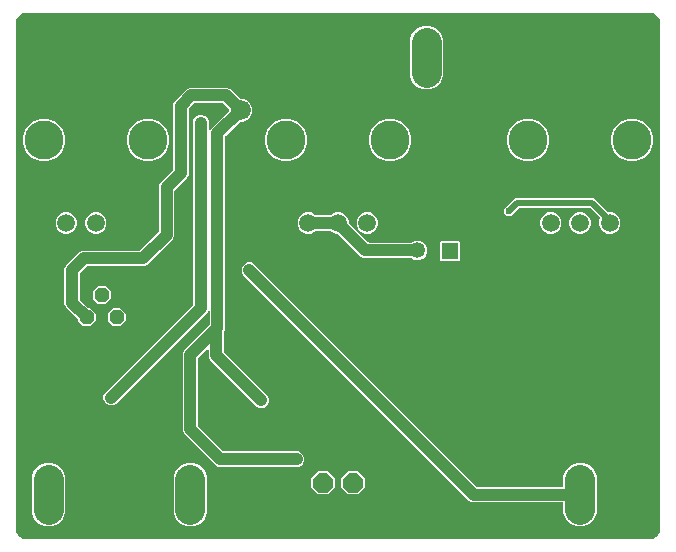
<source format=gbr>
G04 EAGLE Gerber RS-274X export*
G75*
%MOMM*%
%FSLAX34Y34*%
%LPD*%
%INBottom Copper*%
%IPPOS*%
%AMOC8*
5,1,8,0,0,1.08239X$1,22.5*%
G01*
%ADD10C,1.676400*%
%ADD11R,1.350000X1.350000*%
%ADD12C,1.350000*%
%ADD13C,2.540000*%
%ADD14P,1.814519X8X202.500000*%
%ADD15C,1.500000*%
%ADD16C,3.300000*%
%ADD17P,1.319650X8X22.500000*%
%ADD18C,1.016000*%
%ADD19C,0.600000*%
%ADD20C,0.508000*%

G36*
X540026Y2505D02*
X540026Y2505D01*
X540075Y2504D01*
X541389Y2634D01*
X541416Y2641D01*
X541445Y2641D01*
X541606Y2688D01*
X544035Y3694D01*
X544091Y3729D01*
X544151Y3754D01*
X544216Y3806D01*
X544244Y3824D01*
X544256Y3839D01*
X544282Y3859D01*
X546141Y5718D01*
X546179Y5771D01*
X546225Y5818D01*
X546265Y5891D01*
X546284Y5918D01*
X546290Y5937D01*
X546306Y5965D01*
X547312Y8394D01*
X547318Y8422D01*
X547331Y8447D01*
X547366Y8611D01*
X547496Y9925D01*
X547494Y9952D01*
X547499Y10000D01*
X547499Y440000D01*
X547495Y440026D01*
X547496Y440075D01*
X547366Y441389D01*
X547359Y441416D01*
X547359Y441445D01*
X547312Y441606D01*
X546306Y444035D01*
X546271Y444091D01*
X546246Y444151D01*
X546194Y444216D01*
X546176Y444244D01*
X546161Y444256D01*
X546141Y444282D01*
X544282Y446141D01*
X544229Y446179D01*
X544182Y446225D01*
X544109Y446265D01*
X544082Y446284D01*
X544063Y446290D01*
X544035Y446306D01*
X541606Y447312D01*
X541578Y447318D01*
X541553Y447331D01*
X541389Y447366D01*
X540075Y447496D01*
X540048Y447494D01*
X540000Y447499D01*
X10000Y447499D01*
X9974Y447495D01*
X9925Y447496D01*
X8611Y447366D01*
X8584Y447359D01*
X8555Y447359D01*
X8394Y447312D01*
X5965Y446306D01*
X5909Y446271D01*
X5849Y446246D01*
X5784Y446194D01*
X5756Y446176D01*
X5744Y446161D01*
X5718Y446141D01*
X3859Y444282D01*
X3821Y444229D01*
X3775Y444182D01*
X3735Y444109D01*
X3716Y444082D01*
X3710Y444063D01*
X3694Y444035D01*
X2688Y441606D01*
X2682Y441578D01*
X2669Y441553D01*
X2634Y441389D01*
X2504Y440075D01*
X2506Y440048D01*
X2501Y440000D01*
X2501Y10000D01*
X2505Y9974D01*
X2504Y9925D01*
X2634Y8611D01*
X2641Y8584D01*
X2641Y8555D01*
X2688Y8394D01*
X3694Y5965D01*
X3729Y5909D01*
X3754Y5849D01*
X3806Y5784D01*
X3824Y5756D01*
X3839Y5744D01*
X3859Y5718D01*
X5718Y3859D01*
X5771Y3821D01*
X5818Y3775D01*
X5891Y3735D01*
X5918Y3716D01*
X5937Y3710D01*
X5965Y3694D01*
X8394Y2688D01*
X8422Y2682D01*
X8447Y2669D01*
X8611Y2634D01*
X9925Y2504D01*
X9952Y2506D01*
X10000Y2501D01*
X540000Y2501D01*
X540026Y2505D01*
G37*
%LPC*%
G36*
X174143Y63419D02*
X174143Y63419D01*
X171724Y64421D01*
X144421Y91724D01*
X143419Y94143D01*
X143419Y159309D01*
X144421Y161728D01*
X166196Y183503D01*
X166249Y183577D01*
X166309Y183646D01*
X166321Y183676D01*
X166340Y183703D01*
X166367Y183790D01*
X166401Y183874D01*
X166405Y183915D01*
X166412Y183938D01*
X166411Y183970D01*
X166419Y184041D01*
X166419Y194888D01*
X166404Y194984D01*
X166394Y195081D01*
X166384Y195105D01*
X166380Y195131D01*
X166334Y195217D01*
X166294Y195306D01*
X166277Y195325D01*
X166264Y195349D01*
X166194Y195415D01*
X166128Y195487D01*
X166105Y195500D01*
X166086Y195518D01*
X165998Y195559D01*
X165912Y195606D01*
X165887Y195611D01*
X165863Y195622D01*
X165766Y195632D01*
X165670Y195650D01*
X165644Y195646D01*
X165619Y195649D01*
X165523Y195628D01*
X165427Y195614D01*
X165404Y195602D01*
X165378Y195596D01*
X165294Y195546D01*
X165208Y195502D01*
X165190Y195484D01*
X165167Y195470D01*
X165104Y195396D01*
X165036Y195327D01*
X165020Y195298D01*
X165007Y195283D01*
X164995Y195253D01*
X164955Y195180D01*
X164579Y194272D01*
X86728Y116421D01*
X84309Y115419D01*
X81691Y115419D01*
X79272Y116421D01*
X77421Y118272D01*
X76419Y120691D01*
X76419Y123309D01*
X77421Y125728D01*
X152196Y200503D01*
X152249Y200577D01*
X152309Y200646D01*
X152321Y200676D01*
X152340Y200703D01*
X152367Y200790D01*
X152401Y200874D01*
X152405Y200915D01*
X152412Y200938D01*
X152411Y200970D01*
X152419Y201041D01*
X152419Y356309D01*
X153421Y358728D01*
X155272Y360579D01*
X157691Y361581D01*
X160309Y361581D01*
X162728Y360579D01*
X164579Y358728D01*
X165581Y356309D01*
X165581Y348912D01*
X165596Y348816D01*
X165606Y348719D01*
X165616Y348695D01*
X165620Y348669D01*
X165666Y348583D01*
X165706Y348494D01*
X165723Y348475D01*
X165736Y348451D01*
X165806Y348385D01*
X165872Y348313D01*
X165895Y348300D01*
X165914Y348282D01*
X166002Y348241D01*
X166088Y348194D01*
X166113Y348189D01*
X166137Y348178D01*
X166234Y348168D01*
X166330Y348150D01*
X166356Y348154D01*
X166381Y348151D01*
X166477Y348172D01*
X166573Y348186D01*
X166596Y348198D01*
X166622Y348204D01*
X166706Y348254D01*
X166792Y348298D01*
X166810Y348316D01*
X166833Y348330D01*
X166896Y348404D01*
X166964Y348473D01*
X166980Y348502D01*
X166993Y348517D01*
X167005Y348547D01*
X167045Y348620D01*
X167421Y349528D01*
X169379Y351486D01*
X182394Y364501D01*
X182447Y364575D01*
X182507Y364644D01*
X182519Y364674D01*
X182538Y364701D01*
X182565Y364788D01*
X182599Y364872D01*
X182603Y364913D01*
X182610Y364936D01*
X182609Y364968D01*
X182617Y365039D01*
X182617Y365561D01*
X182603Y365651D01*
X182595Y365742D01*
X182583Y365772D01*
X182578Y365804D01*
X182535Y365884D01*
X182499Y365968D01*
X182473Y366000D01*
X182462Y366021D01*
X182439Y366043D01*
X182394Y366099D01*
X177297Y371196D01*
X177223Y371249D01*
X177154Y371309D01*
X177124Y371321D01*
X177097Y371340D01*
X177010Y371367D01*
X176926Y371401D01*
X176885Y371405D01*
X176862Y371412D01*
X176830Y371411D01*
X176759Y371419D01*
X154041Y371419D01*
X153951Y371405D01*
X153860Y371397D01*
X153830Y371385D01*
X153798Y371380D01*
X153718Y371337D01*
X153634Y371301D01*
X153602Y371275D01*
X153581Y371264D01*
X153559Y371241D01*
X153503Y371196D01*
X148804Y366497D01*
X148751Y366423D01*
X148691Y366354D01*
X148679Y366324D01*
X148660Y366297D01*
X148633Y366210D01*
X148599Y366126D01*
X148595Y366085D01*
X148588Y366062D01*
X148589Y366030D01*
X148581Y365959D01*
X148581Y310691D01*
X147579Y308272D01*
X136804Y297497D01*
X136751Y297423D01*
X136691Y297354D01*
X136679Y297324D01*
X136660Y297297D01*
X136633Y297210D01*
X136599Y297126D01*
X136595Y297085D01*
X136588Y297062D01*
X136589Y297030D01*
X136581Y296959D01*
X136581Y258691D01*
X135579Y256272D01*
X113728Y234421D01*
X111309Y233419D01*
X63041Y233419D01*
X62951Y233405D01*
X62860Y233397D01*
X62830Y233385D01*
X62798Y233380D01*
X62718Y233337D01*
X62634Y233301D01*
X62602Y233275D01*
X62581Y233264D01*
X62559Y233241D01*
X62503Y233196D01*
X56804Y227497D01*
X56751Y227423D01*
X56691Y227354D01*
X56679Y227324D01*
X56660Y227297D01*
X56633Y227210D01*
X56599Y227126D01*
X56595Y227085D01*
X56588Y227062D01*
X56589Y227030D01*
X56581Y226959D01*
X56581Y205341D01*
X56595Y205251D01*
X56603Y205160D01*
X56615Y205130D01*
X56620Y205098D01*
X56663Y205018D01*
X56699Y204934D01*
X56725Y204902D01*
X56736Y204881D01*
X56759Y204859D01*
X56804Y204803D01*
X63787Y197820D01*
X63861Y197767D01*
X63930Y197707D01*
X63960Y197695D01*
X63987Y197676D01*
X64074Y197649D01*
X64158Y197615D01*
X64199Y197611D01*
X64222Y197604D01*
X64254Y197605D01*
X64325Y197597D01*
X65447Y197597D01*
X69897Y193147D01*
X69897Y186853D01*
X65447Y182403D01*
X59153Y182403D01*
X54703Y186853D01*
X54703Y187975D01*
X54689Y188065D01*
X54681Y188156D01*
X54669Y188186D01*
X54664Y188218D01*
X54621Y188298D01*
X54585Y188382D01*
X54559Y188414D01*
X54548Y188435D01*
X54525Y188457D01*
X54480Y188513D01*
X44421Y198572D01*
X43419Y200991D01*
X43419Y231309D01*
X44421Y233728D01*
X46379Y235686D01*
X54314Y243621D01*
X56272Y245579D01*
X58691Y246581D01*
X106959Y246581D01*
X107049Y246595D01*
X107140Y246603D01*
X107170Y246615D01*
X107202Y246620D01*
X107282Y246663D01*
X107366Y246699D01*
X107398Y246725D01*
X107419Y246736D01*
X107441Y246759D01*
X107497Y246804D01*
X123196Y262503D01*
X123249Y262577D01*
X123309Y262646D01*
X123321Y262676D01*
X123340Y262703D01*
X123367Y262790D01*
X123401Y262874D01*
X123405Y262915D01*
X123412Y262938D01*
X123411Y262970D01*
X123419Y263041D01*
X123419Y301309D01*
X124421Y303728D01*
X135196Y314503D01*
X135249Y314577D01*
X135309Y314646D01*
X135321Y314676D01*
X135340Y314703D01*
X135367Y314790D01*
X135401Y314874D01*
X135405Y314915D01*
X135412Y314938D01*
X135411Y314970D01*
X135419Y315041D01*
X135419Y370309D01*
X136421Y372728D01*
X147272Y383579D01*
X149691Y384581D01*
X181109Y384581D01*
X183528Y383579D01*
X191701Y375406D01*
X191775Y375353D01*
X191844Y375293D01*
X191874Y375281D01*
X191901Y375262D01*
X191988Y375235D01*
X192072Y375201D01*
X192113Y375197D01*
X192136Y375190D01*
X192168Y375191D01*
X192239Y375183D01*
X194466Y375183D01*
X198098Y373678D01*
X200878Y370898D01*
X202383Y367266D01*
X202383Y363334D01*
X200878Y359702D01*
X198098Y356922D01*
X194466Y355417D01*
X192239Y355417D01*
X192149Y355403D01*
X192058Y355395D01*
X192028Y355383D01*
X191996Y355378D01*
X191916Y355335D01*
X191832Y355299D01*
X191800Y355273D01*
X191779Y355262D01*
X191757Y355239D01*
X191701Y355194D01*
X179804Y343297D01*
X179759Y343235D01*
X179733Y343208D01*
X179728Y343197D01*
X179691Y343154D01*
X179679Y343124D01*
X179660Y343097D01*
X179633Y343010D01*
X179599Y342926D01*
X179595Y342885D01*
X179588Y342862D01*
X179589Y342830D01*
X179581Y342759D01*
X179581Y179691D01*
X178639Y177417D01*
X178624Y177353D01*
X178599Y177292D01*
X178590Y177209D01*
X178583Y177177D01*
X178584Y177158D01*
X178581Y177125D01*
X178581Y161041D01*
X178595Y160951D01*
X178603Y160860D01*
X178615Y160830D01*
X178620Y160798D01*
X178663Y160718D01*
X178699Y160634D01*
X178725Y160602D01*
X178736Y160581D01*
X178759Y160559D01*
X178804Y160503D01*
X215579Y123728D01*
X216581Y121309D01*
X216581Y118691D01*
X215579Y116272D01*
X213728Y114421D01*
X211309Y113419D01*
X208691Y113419D01*
X206272Y114421D01*
X166421Y154272D01*
X165419Y156691D01*
X165419Y162275D01*
X165408Y162346D01*
X165406Y162417D01*
X165388Y162466D01*
X165380Y162518D01*
X165346Y162581D01*
X165321Y162648D01*
X165289Y162689D01*
X165264Y162735D01*
X165212Y162784D01*
X165168Y162840D01*
X165124Y162869D01*
X165086Y162904D01*
X165021Y162935D01*
X164961Y162973D01*
X164910Y162986D01*
X164863Y163008D01*
X164792Y163016D01*
X164722Y163033D01*
X164670Y163029D01*
X164619Y163035D01*
X164548Y163020D01*
X164477Y163014D01*
X164429Y162994D01*
X164378Y162983D01*
X164317Y162946D01*
X164251Y162918D01*
X164195Y162873D01*
X164167Y162857D01*
X164152Y162839D01*
X164120Y162813D01*
X156804Y155497D01*
X156751Y155423D01*
X156691Y155354D01*
X156679Y155324D01*
X156660Y155297D01*
X156633Y155210D01*
X156599Y155126D01*
X156595Y155085D01*
X156588Y155062D01*
X156589Y155030D01*
X156581Y154959D01*
X156581Y98493D01*
X156595Y98403D01*
X156603Y98312D01*
X156615Y98282D01*
X156620Y98250D01*
X156663Y98170D01*
X156699Y98086D01*
X156725Y98054D01*
X156736Y98033D01*
X156759Y98011D01*
X156804Y97955D01*
X177955Y76804D01*
X178029Y76751D01*
X178098Y76691D01*
X178128Y76679D01*
X178154Y76660D01*
X178241Y76633D01*
X178326Y76599D01*
X178367Y76595D01*
X178390Y76588D01*
X178422Y76589D01*
X178493Y76581D01*
X241309Y76581D01*
X243728Y75579D01*
X245579Y73728D01*
X246581Y71309D01*
X246581Y68691D01*
X245579Y66272D01*
X243728Y64421D01*
X241309Y63419D01*
X174143Y63419D01*
G37*
%LPD*%
%LPC*%
G36*
X477175Y13099D02*
X477175Y13099D01*
X471956Y15261D01*
X467961Y19256D01*
X465799Y24475D01*
X465799Y32658D01*
X465796Y32678D01*
X465798Y32697D01*
X465776Y32799D01*
X465760Y32901D01*
X465750Y32918D01*
X465746Y32938D01*
X465693Y33027D01*
X465644Y33118D01*
X465630Y33132D01*
X465620Y33149D01*
X465541Y33216D01*
X465466Y33288D01*
X465448Y33296D01*
X465433Y33309D01*
X465337Y33348D01*
X465243Y33391D01*
X465223Y33393D01*
X465205Y33401D01*
X465038Y33419D01*
X388691Y33419D01*
X386272Y34421D01*
X194421Y226272D01*
X193419Y228691D01*
X193419Y231309D01*
X194421Y233728D01*
X196272Y235579D01*
X198691Y236581D01*
X201309Y236581D01*
X203728Y235579D01*
X392503Y46804D01*
X392577Y46751D01*
X392646Y46691D01*
X392676Y46679D01*
X392703Y46660D01*
X392790Y46633D01*
X392874Y46599D01*
X392915Y46595D01*
X392938Y46588D01*
X392970Y46589D01*
X393041Y46581D01*
X465038Y46581D01*
X465058Y46584D01*
X465077Y46582D01*
X465179Y46604D01*
X465281Y46620D01*
X465298Y46630D01*
X465318Y46634D01*
X465407Y46687D01*
X465498Y46736D01*
X465512Y46750D01*
X465529Y46760D01*
X465596Y46839D01*
X465668Y46914D01*
X465676Y46932D01*
X465689Y46947D01*
X465728Y47043D01*
X465771Y47137D01*
X465773Y47157D01*
X465781Y47175D01*
X465799Y47342D01*
X465799Y55525D01*
X467961Y60744D01*
X471956Y64739D01*
X477175Y66901D01*
X482825Y66901D01*
X488044Y64739D01*
X492039Y60744D01*
X494201Y55525D01*
X494201Y24475D01*
X492039Y19256D01*
X488044Y15261D01*
X482825Y13099D01*
X477175Y13099D01*
G37*
%LPD*%
%LPC*%
G36*
X340659Y238449D02*
X340659Y238449D01*
X337626Y239705D01*
X337435Y239896D01*
X337361Y239949D01*
X337292Y240009D01*
X337262Y240021D01*
X337236Y240040D01*
X337149Y240067D01*
X337064Y240101D01*
X337023Y240105D01*
X337001Y240112D01*
X336968Y240111D01*
X336897Y240119D01*
X296991Y240119D01*
X294572Y241121D01*
X274917Y260776D01*
X274843Y260829D01*
X274774Y260889D01*
X274744Y260901D01*
X274717Y260920D01*
X274630Y260947D01*
X274546Y260981D01*
X274505Y260985D01*
X274482Y260992D01*
X274450Y260991D01*
X274379Y260999D01*
X273210Y260999D01*
X269901Y262370D01*
X269075Y263196D01*
X269001Y263249D01*
X268931Y263309D01*
X268901Y263321D01*
X268875Y263340D01*
X268788Y263367D01*
X268703Y263401D01*
X268662Y263405D01*
X268640Y263412D01*
X268608Y263411D01*
X268536Y263419D01*
X256464Y263419D01*
X256373Y263405D01*
X256283Y263397D01*
X256253Y263385D01*
X256221Y263380D01*
X256140Y263337D01*
X256056Y263301D01*
X256024Y263275D01*
X256003Y263264D01*
X255981Y263241D01*
X255925Y263196D01*
X255099Y262370D01*
X251790Y260999D01*
X248210Y260999D01*
X244901Y262370D01*
X242370Y264901D01*
X240999Y268210D01*
X240999Y271790D01*
X242370Y275099D01*
X244901Y277630D01*
X248210Y279001D01*
X251790Y279001D01*
X255099Y277630D01*
X255925Y276804D01*
X255999Y276751D01*
X256069Y276691D01*
X256099Y276679D01*
X256125Y276660D01*
X256212Y276633D01*
X256297Y276599D01*
X256338Y276595D01*
X256360Y276588D01*
X256392Y276589D01*
X256464Y276581D01*
X268536Y276581D01*
X268627Y276595D01*
X268717Y276603D01*
X268747Y276615D01*
X268779Y276620D01*
X268860Y276663D01*
X268944Y276699D01*
X268976Y276725D01*
X268997Y276736D01*
X269019Y276759D01*
X269075Y276804D01*
X269901Y277630D01*
X273210Y279001D01*
X276790Y279001D01*
X280099Y277630D01*
X282630Y275099D01*
X284001Y271790D01*
X284001Y270621D01*
X284015Y270531D01*
X284023Y270440D01*
X284035Y270410D01*
X284040Y270378D01*
X284083Y270298D01*
X284119Y270214D01*
X284145Y270182D01*
X284156Y270161D01*
X284179Y270139D01*
X284224Y270083D01*
X300803Y253504D01*
X300877Y253451D01*
X300946Y253391D01*
X300976Y253379D01*
X301003Y253360D01*
X301090Y253333D01*
X301174Y253299D01*
X301215Y253295D01*
X301238Y253288D01*
X301270Y253289D01*
X301341Y253281D01*
X336897Y253281D01*
X336987Y253295D01*
X337078Y253303D01*
X337108Y253315D01*
X337140Y253320D01*
X337221Y253363D01*
X337304Y253399D01*
X337337Y253425D01*
X337357Y253436D01*
X337379Y253459D01*
X337435Y253504D01*
X337626Y253695D01*
X340659Y254951D01*
X343941Y254951D01*
X346974Y253695D01*
X349295Y251374D01*
X350551Y248341D01*
X350551Y245059D01*
X349295Y242026D01*
X346974Y239705D01*
X343941Y238449D01*
X340659Y238449D01*
G37*
%LPD*%
%LPC*%
G36*
X347175Y383099D02*
X347175Y383099D01*
X341956Y385261D01*
X337961Y389256D01*
X335799Y394475D01*
X335799Y425525D01*
X337961Y430744D01*
X341956Y434739D01*
X347175Y436901D01*
X352825Y436901D01*
X358044Y434739D01*
X362039Y430744D01*
X364201Y425525D01*
X364201Y394475D01*
X362039Y389256D01*
X358044Y385261D01*
X352825Y383099D01*
X347175Y383099D01*
G37*
%LPD*%
%LPC*%
G36*
X147175Y13099D02*
X147175Y13099D01*
X141956Y15261D01*
X137961Y19256D01*
X135799Y24475D01*
X135799Y55525D01*
X137961Y60744D01*
X141956Y64739D01*
X147175Y66901D01*
X152825Y66901D01*
X158044Y64739D01*
X162039Y60744D01*
X164201Y55525D01*
X164201Y24475D01*
X162039Y19256D01*
X158044Y15261D01*
X152825Y13099D01*
X147175Y13099D01*
G37*
%LPD*%
%LPC*%
G36*
X27175Y13099D02*
X27175Y13099D01*
X21956Y15261D01*
X17961Y19256D01*
X15799Y24475D01*
X15799Y55525D01*
X17961Y60744D01*
X21956Y64739D01*
X27175Y66901D01*
X32825Y66901D01*
X38044Y64739D01*
X42039Y60744D01*
X44201Y55525D01*
X44201Y24475D01*
X42039Y19256D01*
X38044Y15261D01*
X32825Y13099D01*
X27175Y13099D01*
G37*
%LPD*%
%LPC*%
G36*
X432419Y321999D02*
X432419Y321999D01*
X425803Y324740D01*
X420740Y329803D01*
X417999Y336419D01*
X417999Y343581D01*
X420740Y350197D01*
X425803Y355260D01*
X432419Y358001D01*
X439581Y358001D01*
X446197Y355260D01*
X451260Y350197D01*
X454001Y343581D01*
X454001Y336419D01*
X451260Y329803D01*
X446197Y324740D01*
X439581Y321999D01*
X432419Y321999D01*
G37*
%LPD*%
%LPC*%
G36*
X227419Y321999D02*
X227419Y321999D01*
X220803Y324740D01*
X215740Y329803D01*
X212999Y336419D01*
X212999Y343581D01*
X215740Y350197D01*
X220803Y355260D01*
X227419Y358001D01*
X234581Y358001D01*
X241197Y355260D01*
X246260Y350197D01*
X249001Y343581D01*
X249001Y336419D01*
X246260Y329803D01*
X241197Y324740D01*
X234581Y321999D01*
X227419Y321999D01*
G37*
%LPD*%
%LPC*%
G36*
X110419Y321999D02*
X110419Y321999D01*
X103803Y324740D01*
X98740Y329803D01*
X95999Y336419D01*
X95999Y343581D01*
X98740Y350197D01*
X103803Y355260D01*
X110419Y358001D01*
X117581Y358001D01*
X124197Y355260D01*
X129260Y350197D01*
X132001Y343581D01*
X132001Y336419D01*
X129260Y329803D01*
X124197Y324740D01*
X117581Y321999D01*
X110419Y321999D01*
G37*
%LPD*%
%LPC*%
G36*
X22419Y321999D02*
X22419Y321999D01*
X15803Y324740D01*
X10740Y329803D01*
X7999Y336419D01*
X7999Y343581D01*
X10740Y350197D01*
X15803Y355260D01*
X22419Y358001D01*
X29581Y358001D01*
X36197Y355260D01*
X41260Y350197D01*
X44001Y343581D01*
X44001Y336419D01*
X41260Y329803D01*
X36197Y324740D01*
X29581Y321999D01*
X22419Y321999D01*
G37*
%LPD*%
%LPC*%
G36*
X520419Y321999D02*
X520419Y321999D01*
X513803Y324740D01*
X508740Y329803D01*
X505999Y336419D01*
X505999Y343581D01*
X508740Y350197D01*
X513803Y355260D01*
X520419Y358001D01*
X527581Y358001D01*
X534197Y355260D01*
X539260Y350197D01*
X542001Y343581D01*
X542001Y336419D01*
X539260Y329803D01*
X534197Y324740D01*
X527581Y321999D01*
X520419Y321999D01*
G37*
%LPD*%
%LPC*%
G36*
X315419Y321999D02*
X315419Y321999D01*
X308803Y324740D01*
X303740Y329803D01*
X300999Y336419D01*
X300999Y343581D01*
X303740Y350197D01*
X308803Y355260D01*
X315419Y358001D01*
X322581Y358001D01*
X329197Y355260D01*
X334260Y350197D01*
X337001Y343581D01*
X337001Y336419D01*
X334260Y329803D01*
X329197Y324740D01*
X322581Y321999D01*
X315419Y321999D01*
G37*
%LPD*%
%LPC*%
G36*
X503210Y260999D02*
X503210Y260999D01*
X499901Y262370D01*
X497370Y264901D01*
X495999Y268210D01*
X495999Y271790D01*
X496829Y273792D01*
X496855Y273906D01*
X496884Y274020D01*
X496883Y274026D01*
X496885Y274032D01*
X496874Y274148D01*
X496865Y274265D01*
X496862Y274270D01*
X496862Y274277D01*
X496814Y274384D01*
X496768Y274491D01*
X496764Y274497D01*
X496762Y274501D01*
X496749Y274515D01*
X496664Y274622D01*
X488549Y282736D01*
X488475Y282789D01*
X488406Y282849D01*
X488376Y282861D01*
X488349Y282880D01*
X488263Y282907D01*
X488178Y282941D01*
X488137Y282945D01*
X488114Y282952D01*
X488082Y282951D01*
X488011Y282959D01*
X428989Y282959D01*
X428899Y282945D01*
X428808Y282937D01*
X428778Y282925D01*
X428746Y282920D01*
X428666Y282877D01*
X428582Y282841D01*
X428550Y282815D01*
X428529Y282804D01*
X428507Y282781D01*
X428451Y282736D01*
X424724Y279009D01*
X424671Y278935D01*
X424611Y278866D01*
X424599Y278836D01*
X424580Y278809D01*
X424553Y278723D01*
X424519Y278638D01*
X424515Y278597D01*
X424508Y278574D01*
X424509Y278542D01*
X424501Y278471D01*
X424501Y278136D01*
X421864Y275499D01*
X418136Y275499D01*
X415499Y278136D01*
X415499Y281864D01*
X418136Y284501D01*
X418471Y284501D01*
X418561Y284515D01*
X418652Y284523D01*
X418682Y284535D01*
X418714Y284540D01*
X418794Y284583D01*
X418878Y284619D01*
X418910Y284645D01*
X418931Y284656D01*
X418953Y284679D01*
X419009Y284724D01*
X425326Y291041D01*
X491674Y291041D01*
X503491Y279224D01*
X503565Y279171D01*
X503634Y279111D01*
X503664Y279099D01*
X503691Y279080D01*
X503777Y279053D01*
X503862Y279019D01*
X503903Y279015D01*
X503926Y279008D01*
X503958Y279009D01*
X504029Y279001D01*
X506790Y279001D01*
X510099Y277630D01*
X512630Y275099D01*
X514001Y271790D01*
X514001Y268210D01*
X512630Y264901D01*
X510099Y262370D01*
X506790Y260999D01*
X503210Y260999D01*
G37*
%LPD*%
%LPC*%
G36*
X258206Y40117D02*
X258206Y40117D01*
X252417Y45906D01*
X252417Y54094D01*
X258206Y59883D01*
X266394Y59883D01*
X272183Y54094D01*
X272183Y45906D01*
X266394Y40117D01*
X258206Y40117D01*
G37*
%LPD*%
%LPC*%
G36*
X283606Y40117D02*
X283606Y40117D01*
X277817Y45906D01*
X277817Y54094D01*
X283606Y59883D01*
X291794Y59883D01*
X297583Y54094D01*
X297583Y45906D01*
X291794Y40117D01*
X283606Y40117D01*
G37*
%LPD*%
%LPC*%
G36*
X362328Y237949D02*
X362328Y237949D01*
X361449Y238828D01*
X361449Y253572D01*
X362328Y254451D01*
X377072Y254451D01*
X377951Y253572D01*
X377951Y238828D01*
X377072Y237949D01*
X362328Y237949D01*
G37*
%LPD*%
%LPC*%
G36*
X478210Y260999D02*
X478210Y260999D01*
X474901Y262370D01*
X472370Y264901D01*
X470999Y268210D01*
X470999Y271790D01*
X472370Y275099D01*
X474901Y277630D01*
X478210Y279001D01*
X481790Y279001D01*
X485099Y277630D01*
X487630Y275099D01*
X489001Y271790D01*
X489001Y268210D01*
X487630Y264901D01*
X485099Y262370D01*
X481790Y260999D01*
X478210Y260999D01*
G37*
%LPD*%
%LPC*%
G36*
X453210Y260999D02*
X453210Y260999D01*
X449901Y262370D01*
X447370Y264901D01*
X445999Y268210D01*
X445999Y271790D01*
X447370Y275099D01*
X449901Y277630D01*
X453210Y279001D01*
X456790Y279001D01*
X460099Y277630D01*
X462630Y275099D01*
X464001Y271790D01*
X464001Y268210D01*
X462630Y264901D01*
X460099Y262370D01*
X456790Y260999D01*
X453210Y260999D01*
G37*
%LPD*%
%LPC*%
G36*
X298210Y260999D02*
X298210Y260999D01*
X294901Y262370D01*
X292370Y264901D01*
X290999Y268210D01*
X290999Y271790D01*
X292370Y275099D01*
X294901Y277630D01*
X298210Y279001D01*
X301790Y279001D01*
X305099Y277630D01*
X307630Y275099D01*
X309001Y271790D01*
X309001Y268210D01*
X307630Y264901D01*
X305099Y262370D01*
X301790Y260999D01*
X298210Y260999D01*
G37*
%LPD*%
%LPC*%
G36*
X68210Y260999D02*
X68210Y260999D01*
X64901Y262370D01*
X62370Y264901D01*
X60999Y268210D01*
X60999Y271790D01*
X62370Y275099D01*
X64901Y277630D01*
X68210Y279001D01*
X71790Y279001D01*
X75099Y277630D01*
X77630Y275099D01*
X79001Y271790D01*
X79001Y268210D01*
X77630Y264901D01*
X75099Y262370D01*
X71790Y260999D01*
X68210Y260999D01*
G37*
%LPD*%
%LPC*%
G36*
X43210Y260999D02*
X43210Y260999D01*
X39901Y262370D01*
X37370Y264901D01*
X35999Y268210D01*
X35999Y271790D01*
X37370Y275099D01*
X39901Y277630D01*
X43210Y279001D01*
X46790Y279001D01*
X50099Y277630D01*
X52630Y275099D01*
X54001Y271790D01*
X54001Y268210D01*
X52630Y264901D01*
X50099Y262370D01*
X46790Y260999D01*
X43210Y260999D01*
G37*
%LPD*%
%LPC*%
G36*
X71853Y201453D02*
X71853Y201453D01*
X67403Y205903D01*
X67403Y212197D01*
X71853Y216647D01*
X78147Y216647D01*
X82597Y212197D01*
X82597Y205903D01*
X78147Y201453D01*
X71853Y201453D01*
G37*
%LPD*%
%LPC*%
G36*
X84553Y182403D02*
X84553Y182403D01*
X80103Y186853D01*
X80103Y193147D01*
X84553Y197597D01*
X90847Y197597D01*
X95297Y193147D01*
X95297Y186853D01*
X90847Y182403D01*
X84553Y182403D01*
G37*
%LPD*%
D10*
X192500Y263700D03*
X192500Y365300D03*
D11*
X369700Y246200D03*
D12*
X369700Y195400D03*
D11*
X342300Y195900D03*
D12*
X342300Y246700D03*
D13*
X350000Y397300D02*
X350000Y422700D01*
X520000Y52700D02*
X520000Y27300D01*
X30000Y27300D02*
X30000Y52700D01*
X70000Y52700D02*
X70000Y27300D01*
X480000Y27300D02*
X480000Y52700D01*
X400000Y397300D02*
X400000Y422700D01*
D14*
X287700Y50000D03*
X262300Y50000D03*
D13*
X150000Y52700D02*
X150000Y27300D01*
X110000Y27300D02*
X110000Y52700D01*
D15*
X505000Y270000D03*
X480000Y270000D03*
X455000Y270000D03*
D16*
X524000Y340000D03*
X436000Y340000D03*
D15*
X300000Y270000D03*
X275000Y270000D03*
X250000Y270000D03*
D16*
X319000Y340000D03*
X231000Y340000D03*
D15*
X95000Y270000D03*
X70000Y270000D03*
X45000Y270000D03*
D16*
X114000Y340000D03*
X26000Y340000D03*
D17*
X87700Y190000D03*
X75000Y209050D03*
X62300Y190000D03*
D18*
X50000Y230000D02*
X60000Y240000D01*
X130000Y260000D02*
X130000Y300000D01*
X142000Y369000D02*
X151000Y378000D01*
X179800Y378000D01*
X192500Y365300D01*
X110000Y240000D02*
X60000Y240000D01*
X110000Y240000D02*
X130000Y260000D01*
X130000Y300000D02*
X142000Y312000D01*
X142000Y369000D01*
D19*
X210000Y120000D03*
D18*
X62300Y190000D02*
X50000Y202300D01*
X50000Y230000D01*
D19*
X240000Y70000D03*
D18*
X175452Y70000D02*
X150000Y95452D01*
X150000Y158000D02*
X172000Y180000D01*
X175452Y70000D02*
X240000Y70000D01*
X150000Y95452D02*
X150000Y158000D01*
X172000Y180000D02*
X173000Y181000D01*
X173000Y345800D02*
X192500Y365300D01*
X173000Y345800D02*
X173000Y181000D01*
X172000Y180000D02*
X172000Y158000D01*
X210000Y120000D01*
D19*
X83000Y122000D03*
D18*
X159000Y198000D01*
X159000Y355000D01*
D19*
X159000Y355000D03*
X10000Y440000D03*
X24000Y402800D03*
X120000Y430000D03*
X70000Y380000D03*
X20000Y370000D03*
X110000Y400000D03*
X80000Y350000D03*
X50000Y310000D03*
X10000Y300000D03*
X20000Y270000D03*
X10000Y220000D03*
X30000Y180000D03*
X10000Y80000D03*
X10000Y160000D03*
X20000Y120000D03*
X90000Y90000D03*
X90000Y20000D03*
X50000Y10000D03*
X130000Y10000D03*
X220000Y50000D03*
X200000Y10000D03*
X250000Y20000D03*
X180000Y60000D03*
X211000Y93000D03*
X166000Y126000D03*
X218000Y175000D03*
X241000Y153000D03*
X215000Y143000D03*
X230000Y123000D03*
X190000Y213000D03*
X185000Y191000D03*
X170000Y101000D03*
X288000Y226000D03*
X258000Y206000D03*
X285000Y184000D03*
X214000Y255000D03*
X229000Y236000D03*
X262000Y308000D03*
X200400Y321200D03*
X216000Y376000D03*
X306000Y296000D03*
X231000Y295000D03*
X319000Y385000D03*
X364000Y297000D03*
X358000Y362000D03*
X376000Y437000D03*
X299000Y439000D03*
X202000Y428000D03*
X170000Y438000D03*
X172000Y411000D03*
X536000Y438000D03*
X449000Y433000D03*
X449000Y384000D03*
X416000Y371000D03*
X408000Y332000D03*
X462000Y326000D03*
X509000Y300000D03*
X507000Y381000D03*
X483000Y397000D03*
X537000Y266000D03*
X432000Y207000D03*
X355000Y260000D03*
X416000Y260000D03*
X474000Y239000D03*
X364000Y159000D03*
X494000Y189000D03*
X424000Y159000D03*
X454000Y189000D03*
X514000Y119000D03*
X464000Y99000D03*
X524000Y209000D03*
X404000Y99000D03*
X344000Y129000D03*
X334000Y39000D03*
X414000Y19000D03*
X304000Y99000D03*
X284000Y119000D03*
X537000Y12000D03*
X453000Y15000D03*
X349000Y14000D03*
X419000Y74000D03*
X489000Y154000D03*
X399000Y224000D03*
X329000Y174000D03*
X321000Y230000D03*
X451000Y130000D03*
X361000Y100000D03*
X71000Y404000D03*
X531000Y165000D03*
X491000Y433000D03*
D18*
X275000Y270000D02*
X250000Y270000D01*
X275000Y270000D02*
X298300Y246700D01*
X342300Y246700D01*
X390000Y40000D02*
X480000Y40000D01*
X390000Y40000D02*
X200000Y230000D01*
D19*
X200000Y230000D03*
D20*
X490000Y287000D02*
X505000Y272000D01*
X505000Y270000D01*
D19*
X420000Y280000D03*
D20*
X427000Y287000D01*
X490000Y287000D01*
M02*

</source>
